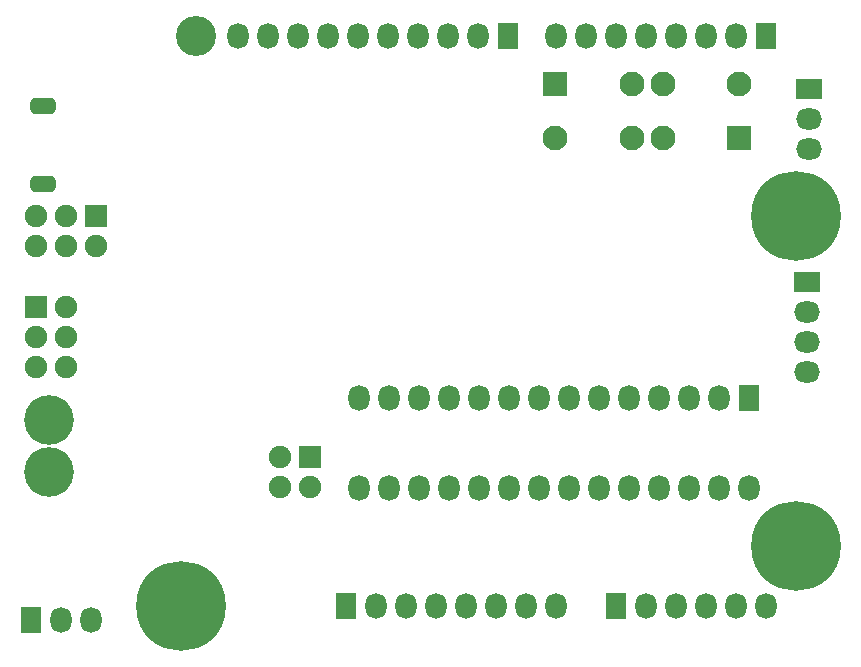
<source format=gbs>
G04*
G04 #@! TF.GenerationSoftware,Altium Limited,Altium Designer,23.2.1 (34)*
G04*
G04 Layer_Color=16711935*
%FSLAX44Y44*%
%MOMM*%
G71*
G04*
G04 #@! TF.SameCoordinates,4F847AC2-02D0-4AD0-BDAF-0AB3E8A313E0*
G04*
G04*
G04 #@! TF.FilePolarity,Negative*
G04*
G01*
G75*
%ADD30R,1.9000X1.9000*%
%ADD58C,1.9000*%
%ADD59R,1.9000X1.9000*%
%ADD60C,4.2000*%
%ADD61O,1.8000X2.2000*%
%ADD62R,1.8000X2.2000*%
%ADD63O,2.2000X1.8000*%
%ADD64R,2.2000X1.8000*%
%ADD65R,2.1000X2.1000*%
%ADD66C,2.1000*%
%ADD67C,3.4000*%
%ADD68C,7.6000*%
G04:AMPARAMS|DCode=69|XSize=2.2mm|YSize=1.4mm|CornerRadius=0.46mm|HoleSize=0mm|Usage=FLASHONLY|Rotation=0.000|XOffset=0mm|YOffset=0mm|HoleType=Round|Shape=RoundedRectangle|*
%AMROUNDEDRECTD69*
21,1,2.2000,0.4800,0,0,0.0*
21,1,1.2800,1.4000,0,0,0.0*
1,1,0.9200,0.6400,-0.2400*
1,1,0.9200,-0.6400,-0.2400*
1,1,0.9200,-0.6400,0.2400*
1,1,0.9200,0.6400,0.2400*
%
%ADD69ROUNDEDRECTD69*%
D30*
X16750Y278750D02*
D03*
D58*
X42150Y227950D02*
D03*
Y253350D02*
D03*
Y278750D02*
D03*
X16750Y227950D02*
D03*
Y253350D02*
D03*
X223500Y151400D02*
D03*
X248900Y126000D02*
D03*
X223500D02*
D03*
X41750Y355750D02*
D03*
X16350D02*
D03*
X67150Y330350D02*
D03*
X41750D02*
D03*
X16350D02*
D03*
D59*
X248900Y151400D02*
D03*
X67150Y355750D02*
D03*
D60*
X28000Y139250D02*
D03*
Y183250D02*
D03*
D61*
X63400Y13500D02*
D03*
X38000D02*
D03*
X187960Y508000D02*
D03*
X213360D02*
D03*
X238760D02*
D03*
X264160D02*
D03*
X289560D02*
D03*
X314960D02*
D03*
X340360D02*
D03*
X365760D02*
D03*
X391160D02*
D03*
X457200Y25400D02*
D03*
X431800D02*
D03*
X406400D02*
D03*
X381000D02*
D03*
X355600D02*
D03*
X330200D02*
D03*
X304800D02*
D03*
X609600Y508000D02*
D03*
X584200D02*
D03*
X558800D02*
D03*
X533400D02*
D03*
X508000D02*
D03*
X482600D02*
D03*
X457200D02*
D03*
X635000Y25400D02*
D03*
X609600D02*
D03*
X584200D02*
D03*
X558800D02*
D03*
X533400D02*
D03*
X595250Y201930D02*
D03*
X569850D02*
D03*
X544450D02*
D03*
X519050D02*
D03*
X493650D02*
D03*
X468250D02*
D03*
X442850D02*
D03*
X417450D02*
D03*
X392050D02*
D03*
X366650D02*
D03*
X341250D02*
D03*
X315850D02*
D03*
X290450D02*
D03*
X620650Y125730D02*
D03*
X595250D02*
D03*
X569850D02*
D03*
X544450D02*
D03*
X519050D02*
D03*
X493650D02*
D03*
X468250D02*
D03*
X442850D02*
D03*
X417450D02*
D03*
X392050D02*
D03*
X366650D02*
D03*
X341250D02*
D03*
X315850D02*
D03*
X290450D02*
D03*
D62*
X12600Y13500D02*
D03*
X416560Y508000D02*
D03*
X279400Y25400D02*
D03*
X635000Y508000D02*
D03*
X508000Y25400D02*
D03*
X620650Y201930D02*
D03*
D63*
X669750Y224000D02*
D03*
Y249400D02*
D03*
Y274800D02*
D03*
X671250Y412850D02*
D03*
Y438250D02*
D03*
D64*
X669750Y300200D02*
D03*
X671250Y463650D02*
D03*
D65*
X612250Y422250D02*
D03*
X456250Y467250D02*
D03*
D66*
X547250Y422250D02*
D03*
Y467250D02*
D03*
X612250D02*
D03*
X456250Y422250D02*
D03*
X521250D02*
D03*
Y467250D02*
D03*
D67*
X152400Y508000D02*
D03*
D68*
X139700Y25400D02*
D03*
X660400Y76200D02*
D03*
Y355600D02*
D03*
D69*
X22625Y449000D02*
D03*
Y383000D02*
D03*
M02*

</source>
